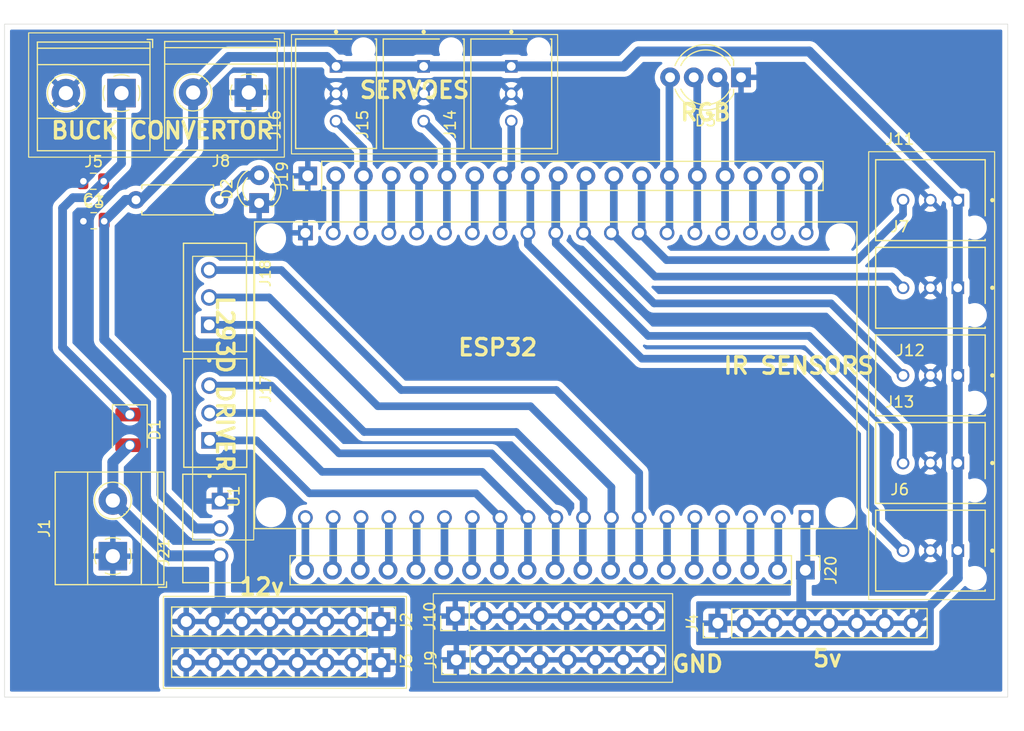
<source format=kicad_pcb>
(kicad_pcb (version 20240108) (generator "pcbnew") (generator_version "8.0")
  (layers (0 "F.Cu" signal) (31 "B.Cu" signal) (34 "B.Paste" user) (35 "F.Paste" user) (36 "B.SilkS" user "B.Silkscreen") (37 "F.SilkS" user "F.Silkscreen") (38 "B.Mask" user) (39 "F.Mask" user) (44 "Edge.Cuts" user))
  (net 0 "")
  (net 1 "+12V")
  (net 2 "Net-(D2-A)")
  (net 3 "+5V")
  (net 4 "Net-(D1-K)")
  (net 5 "GND")
  (net 6 "/RGB2")
  (net 7 "/RGB1")
  (net 8 "/RGB3")
  (net 9 "/IR5")
  (net 10 "/IR2")
  (net 11 "/IR1")
  (net 12 "/IR3")
  (net 13 "/IR4")
  (net 14 "/SER1")
  (net 15 "/SER2")
  (net 16 "/SER3")
  (net 17 "/SD0")
  (net 18 "/SD1")
  (net 19 "/TXD")
  (net 20 "/G23")
  (net 21 "/RXD")
  (net 22 "/CLK")
  (net 23 "/Pin_7")
  (net 24 "/3V3")
  (net 25 "/SD3")
  (net 26 "/SN")
  (net 27 "/CMD")
  (net 28 "/G34")
  (net 29 "/G35")
  (net 30 "/Pin_6")
  (net 31 "/G13")
  (net 32 "/EN")
  (net 33 "/SD2")
  (net 34 "/SP")
  (net 35 "/G32")
  (net 36 "/M3")
  (net 37 "/M2")
  (net 38 "/PWM1")
  (net 39 "/M4")
  (net 40 "/M1")
  (net 41 "/PWM2")
  (footprint "Connector_PinHeader_2.54mm:PinHeader_1x08_P2.54mm_Vertical" (layer "F.Cu") (at 110.51 84.5 90)
    (property "Reference" "J10" (at 0 -2.33 90) (layer "F.SilkS"))
    (property "Value" "Conn_01x08_Pin")
    (pad "1" thru_hole rect (at 0 0 90) (size 1.7 1.7) (drill 1) (layers "*.Cu" "*.Mask") (net 5 "GND"))
    (pad "2" thru_hole oval (at 0 2.54 90) (size 1.7 1.7) (drill 1) (layers "*.Cu" "*.Mask") (net 5 "GND"))
    (pad "3" thru_hole oval (at 0 5.08 90) (size 1.7 1.7) (drill 1) (layers "*.Cu" "*.Mask") (net 5 "GND"))
    (pad "4" thru_hole oval (at 0 7.62 90) (size 1.7 1.7) (drill 1) (layers "*.Cu" "*.Mask") (net 5 "GND"))
    (pad "5" thru_hole oval (at 0 10.16 90) (size 1.7 1.7) (drill 1) (layers "*.Cu" "*.Mask") (net 5 "GND"))
    (pad "6" thru_hole oval (at 0 12.7 90) (size 1.7 1.7) (drill 1) (layers "*.Cu" "*.Mask") (net 5 "GND"))
    (pad "7" thru_hole oval (at 0 15.24 90) (size 1.7 1.7) (drill 1) (layers "*.Cu" "*.Mask") (net 5 "GND"))
    (pad "8" thru_hole oval (at 0 17.78 90) (size 1.7 1.7) (drill 1) (layers "*.Cu" "*.Mask") (net 5 "GND"))
  )
  (footprint "3-1971800-3:TE_3-1971800-3" (layer "F.Cu") (at 107.62 34.31 90)
    (property "Reference" "J15" (at -5.303 -5.575 90) (layer "F.SilkS"))
    (property "Value" "3-1971800-3")
    (pad "" np_thru_hole circle (at 1.55 2.5 90) (size 1.7 1.7) (drill 1.7) (layers "*.Cu" "*.Mask"))
    (pad "1" thru_hole rect (at 0 0 90) (size 1.15 1.15) (drill 0.8) (layers "*.Cu" "*.Mask") (net 3 "+5V"))
    (pad "2" thru_hole circle (at -2.5 0 90) (size 1.15 1.15) (drill 0.8) (layers "*.Cu" "*.Mask") (net 5 "GND"))
    (pad "3" thru_hole circle (at -5 0 90) (size 1.15 1.15) (drill 0.8) (layers "*.Cu" "*.Mask") (net 15 "/SER2"))
  )
  (footprint "B3B-XH-A_LF__SN_:JST_B3B-XH-A_LF__SN_" (layer "F.Cu") (at 88.565 55.41 -90)
    (property "Reference" "J18" (at -2.2 -4.6 90) (layer "F.SilkS") (effects (font (size 0.944882 0.944882))))
    (property "Value" "B3B-XH-A_LF__SN_")
    (pad "1" thru_hole rect (at 2.5 0.525 270) (size 1.508 1.508) (drill 1) (layers "*.Cu" "*.Mask") (net 38 "/PWM1"))
    (pad "2" thru_hole circle (at 0 0.525 270) (size 1.508 1.508) (drill 1) (layers "*.Cu" "*.Mask") (net 40 "/M1"))
    (pad "3" thru_hole circle (at -2.5 0.525 270) (size 1.508 1.508) (drill 1) (layers "*.Cu" "*.Mask") (net 37 "/M2"))
  )
  (footprint "B3B-XH-A_LF__SN_:JST_B3B-XH-A_LF__SN_" (layer "F.Cu") (at 88.595 65.96 -90)
    (property "Reference" "J17" (at -2.2 -4.6 90) (layer "F.SilkS") (effects (font (size 0.944882 0.944882))))
    (property "Value" "B3B-XH-A_LF__SN_")
    (pad "1" thru_hole rect (at 2.5 0.525 270) (size 1.508 1.508) (drill 1) (layers "*.Cu" "*.Mask") (net 41 "/PWM2"))
    (pad "2" thru_hole circle (at 0 0.525 270) (size 1.508 1.508) (drill 1) (layers "*.Cu" "*.Mask") (net 36 "/M3"))
    (pad "3" thru_hole circle (at -2.5 0.525 270) (size 1.508 1.508) (drill 1) (layers "*.Cu" "*.Mask") (net 39 "/M4"))
  )
  (footprint "Connector_PinHeader_2.54mm:PinHeader_1x19_P2.54mm_Vertical" (layer "F.Cu") (at 97.04 44.31 90)
    (property "Reference" "J19" (at 0 -2.33 90) (layer "F.SilkS"))
    (property "Value" "Conn_01x19_Pin")
    (pad "1" thru_hole rect (at 0 0 90) (size 1.7 1.7) (drill 1) (layers "*.Cu" "*.Mask") (net 5 "GND"))
    (pad "2" thru_hole oval (at 0 2.54 90) (size 1.7 1.7) (drill 1) (layers "*.Cu" "*.Mask") (net 20 "/G23"))
    (pad "3" thru_hole oval (at 0 5.08 90) (size 1.7 1.7) (drill 1) (layers "*.Cu" "*.Mask") (net 16 "/SER3"))
    (pad "4" thru_hole oval (at 0 7.62 90) (size 1.7 1.7) (drill 1) (layers "*.Cu" "*.Mask") (net 19 "/TXD"))
    (pad "5" thru_hole oval (at 0 10.16 90) (size 1.7 1.7) (drill 1) (layers "*.Cu" "*.Mask") (net 21 "/RXD"))
    (pad "6" thru_hole oval (at 0 12.7 90) (size 1.7 1.7) (drill 1) (layers "*.Cu" "*.Mask") (net 15 "/SER2"))
    (pad "7" thru_hole oval (at 0 15.24 90) (size 1.7 1.7) (drill 1) (layers "*.Cu" "*.Mask") (net 23 "/Pin_7"))
    (pad "8" thru_hole oval (at 0 17.78 90) (size 1.7 1.7) (drill 1) (layers "*.Cu" "*.Mask") (net 14 "/SER1"))
    (pad "9" thru_hole oval (at 0 20.32 90) (size 1.7 1.7) (drill 1) (layers "*.Cu" "*.Mask") (net 9 "/IR5"))
    (pad "10" thru_hole oval (at 0 22.86 90) (size 1.7 1.7) (drill 1) (layers "*.Cu" "*.Mask") (net 13 "/IR4"))
    (pad "11" thru_hole oval (at 0 25.4 90) (size 1.7 1.7) (drill 1) (layers "*.Cu" "*.Mask") (net 12 "/IR3"))
    (pad "12" thru_hole oval (at 0 27.94 90) (size 1.7 1.7) (drill 1) (layers "*.Cu" "*.Mask") (net 10 "/IR2"))
    (pad "13" thru_hole oval (at 0 30.48 90) (size 1.7 1.7) (drill 1) (layers "*.Cu" "*.Mask") (net 11 "/IR1"))
    (pad "14" thru_hole oval (at 0 33.02 90) (size 1.7 1.7) (drill 1) (layers "*.Cu" "*.Mask") (net 8 "/RGB3"))
    (pad "15" thru_hole oval (at 0 35.56 90) (size 1.7 1.7) (drill 1) (layers "*.Cu" "*.Mask") (net 6 "/RGB2"))
    (pad "16" thru_hole oval (at 0 38.1 90) (size 1.7 1.7) (drill 1) (layers "*.Cu" "*.Mask") (net 7 "/RGB1"))
    (pad "17" thru_hole oval (at 0 40.64 90) (size 1.7 1.7) (drill 1) (layers "*.Cu" "*.Mask") (net 18 "/SD1"))
    (pad "18" thru_hole oval (at 0 43.18 90) (size 1.7 1.7) (drill 1) (layers "*.Cu" "*.Mask") (net 17 "/SD0"))
    (pad "19" thru_hole oval (at 0 45.72 90) (size 1.7 1.7) (drill 1) (layers "*.Cu" "*.Mask") (net 22 "/CLK"))
  )
  (footprint "3-1971800-3:TE_3-1971800-3" (layer "F.Cu") (at 156.39 70.525)
    (property "Reference" "J13" (at -5.303 -5.575 0) (layer "F.SilkS"))
    (property "Value" "3-1971800-3")
    (pad "" np_thru_hole circle (at 1.55 2.5) (size 1.7 1.7) (drill 1.7) (layers "*.Cu" "*.Mask"))
    (pad "1" thru_hole rect (at 0 0) (size 1.15 1.15) (drill 0.8) (layers "*.Cu" "*.Mask") (net 3 "+5V"))
    (pad "2" thru_hole circle (at -2.5 0) (size 1.15 1.15) (drill 0.8) (layers "*.Cu" "*.Mask") (net 5 "GND"))
    (pad "3" thru_hole circle (at -5 0) (size 1.15 1.15) (drill 0.8) (layers "*.Cu" "*.Mask") (net 13 "/IR4"))
  )
  (footprint "3-1971800-3:TE_3-1971800-3" (layer "F.Cu") (at 156.39 78.525)
    (property "Reference" "J6" (at -5.303 -5.575 0) (layer "F.SilkS"))
    (property "Value" "3-1971800-3")
    (pad "" np_thru_hole circle (at 1.55 2.5) (size 1.7 1.7) (drill 1.7) (layers "*.Cu" "*.Mask"))
    (pad "1" thru_hole rect (at 0 0) (size 1.15 1.15) (drill 0.8) (layers "*.Cu" "*.Mask") (net 3 "+5V"))
    (pad "2" thru_hole circle (at -2.5 0) (size 1.15 1.15) (drill 0.8) (layers "*.Cu" "*.Mask") (net 5 "GND"))
    (pad "3" thru_hole circle (at -5 0) (size 1.15 1.15) (drill 0.8) (layers "*.Cu" "*.Mask") (net 9 "/IR5"))
  )
  (footprint "3-1971800-3:TE_3-1971800-3" (layer "F.Cu") (at 99.62 34.31 90)
    (property "Reference" "J16" (at -5.303 -5.575 90) (layer "F.SilkS"))
    (property "Value" "3-1971800-3")
    (pad "" np_thru_hole circle (at 1.55 2.5 90) (size 1.7 1.7) (drill 1.7) (layers "*.Cu" "*.Mask"))
    (pad "1" thru_hole rect (at 0 0 90) (size 1.15 1.15) (drill 0.8) (layers "*.Cu" "*.Mask") (net 3 "+5V"))
    (pad "2" thru_hole circle (at -2.5 0 90) (size 1.15 1.15) (drill 0.8) (layers "*.Cu" "*.Mask") (net 5 "GND"))
    (pad "3" thru_hole circle (at -5 0 90) (size 1.15 1.15) (drill 0.8) (layers "*.Cu" "*.Mask") (net 16 "/SER3"))
  )
  (footprint "3-1971800-3:TE_3-1971800-3" (layer "F.Cu") (at 156.39 46.525)
    (property "Reference" "J11" (at -5.303 -5.575 0) (layer "F.SilkS"))
    (property "Value" "3-1971800-3")
    (pad "" np_thru_hole circle (at 1.55 2.5) (size 1.7 1.7) (drill 1.7) (layers "*.Cu" "*.Mask"))
    (pad "1" thru_hole rect (at 0 0) (size 1.15 1.15) (drill 0.8) (layers "*.Cu" "*.Mask") (net 3 "+5V"))
    (pad "2" thru_hole circle (at -2.5 0) (size 1.15 1.15) (drill 0.8) (layers "*.Cu" "*.Mask") (net 5 "GND"))
    (pad "3" thru_hole circle (at -5 0) (size 1.15 1.15) (drill 0.8) (layers "*.Cu" "*.Mask") (net 11 "/IR1"))
  )
  (footprint "Connector_PinHeader_2.54mm:PinHeader_1x08_P2.54mm_Vertical" (layer "F.Cu") (at 103.72 88.75 -90)
    (property "Reference" "J3" (at 0 -2.33 90) (layer "F.SilkS"))
    (property "Value" "Conn_01x08_Pin")
    (pad "1" thru_hole rect (at 0 0 270) (size 1.7 1.7) (drill 1) (layers "*.Cu" "*.Mask") (net 1 "+12V"))
    (pad "2" thru_hole oval (at 0 2.54 270) (size 1.7 1.7) (drill 1) (layers "*.Cu" "*.Mask") (net 1 "+12V"))
    (pad "3" thru_hole oval (at 0 5.08 270) (size 1.7 1.7) (drill 1) (layers "*.Cu" "*.Mask") (net 1 "+12V"))
    (pad "4" thru_hole oval (at 0 7.62 270) (size 1.7 1.7) (drill 1) (layers "*.Cu" "*.Mask") (net 1 "+12V"))
    (pad "5" thru_hole oval (at 0 10.16 270) (size 1.7 1.7) (drill 1) (layers "*.Cu" "*.Mask") (net 1 "+12V"))
    (pad "6" thru_hole oval (at 0 12.7 270) (size 1.7 1.7) (drill 1) (layers "*.Cu" "*.Mask") (net 1 "+12V"))
    (pad "7" thru_hole oval (at 0 15.24 270) (size 1.7 1.7) (drill 1) (layers "*.Cu" "*.Mask") (net 1 "+12V"))
    (pad "8" thru_hole oval (at 0 17.78 270) (size 1.7 1.7) (drill 1) (layers "*.Cu" "*.Mask") (net 1 "+12V"))
  )
  (footprint "3-1971800-3:TE_3-1971800-3" (layer "F.Cu") (at 156.39 62.525)
    (property "Reference" "J12" (at -4.34 -2.275 0) (layer "F.SilkS"))
    (property "Value" "3-1971800-3")
    (pad "" np_thru_hole circle (at 1.55 2.5) (size 1.7 1.7) (drill 1.7) (layers "*.Cu" "*.Mask"))
    (pad "1" thru_hole rect (at 0 0) (size 1.15 1.15) (drill 0.8) (layers "*.Cu" "*.Mask") (net 3 "+5V"))
    (pad "2" thru_hole circle (at -2.5 0) (size 1.15 1.15) (drill 0.8) (layers "*.Cu" "*.Mask") (net 5 "GND"))
    (pad "3" thru_hole circle (at -5 0) (size 1.15 1.15) (drill 0.8) (layers "*.Cu" "*.Mask") (net 12 "/IR3"))
  )
  (footprint "LED_THT:LED_D3.0mm" (layer "F.Cu") (at 92.6 46.79 90)
    (property "Reference" "D2" (at 1.27 -2.96 90) (layer "F.SilkS"))
    (property "Value" "LED")
    (pad "1" thru_hole rect (at 0 0 90) (size 1.8 1.8) (drill 0.9) (layers "*.Cu" "*.Mask") (net 5 "GND"))
    (pad "2" thru_hole circle (at 2.54 0 90) (size 1.8 1.8) (drill 0.9) (layers "*.Cu" "*.Mask") (net 2 "Net-(D2-A)"))
  )
  (footprint "Capacitor_SMD:C_0805_2012Metric" (layer "F.Cu") (at 77.45 44.8 180)
    (property "Reference" "C1" (at 0 -1.68 0) (layer "F.SilkS"))
    (property "Value" "10 uF")
    (pad "1" smd roundrect (at -0.95 0 180) (size 1 1.45) (layers "F.Cu" "F.Paste" "F.Mask") (net 4 "Net-(D1-K)"))
    (pad "2" smd roundrect (at 0.95 0 180) (size 1 1.45) (layers "F.Cu" "F.Paste" "F.Mask") (net 5 "GND"))
  )
  (footprint "TerminalBlock_Phoenix:TerminalBlock_Phoenix_MKDS-1,5-2-5.08_1x02_P5.08mm_Horizontal" (layer "F.Cu") (at 79.24 79.03 90)
    (property "Reference" "J1" (at 2.54 -6.26 90) (layer "F.SilkS"))
    (property "Value" "Screw_Terminal_01x02")
    (pad "1" thru_hole rect (at 0 0 90) (size 2.6 2.6) (drill 1.3) (layers "*.Cu" "*.Mask") (net 5 "GND"))
    (pad "2" thru_hole circle (at 5.08 0 90) (size 2.6 2.6) (drill 1.3) (layers "*.Cu" "*.Mask") (net 1 "+12V"))
  )
  (footprint "Connector_PinHeader_2.54mm:PinHeader_1x08_P2.54mm_Vertical" (layer "F.Cu") (at 110.6 88.5 90)
    (property "Reference" "J9" (at 0 -2.33 90) (layer "F.SilkS"))
    (property "Value" "Conn_01x08_Pin")
    (pad "1" thru_hole rect (at 0 0 90) (size 1.7 1.7) (drill 1) (layers "*.Cu" "*.Mask") (net 5 "GND"))
    (pad "2" thru_hole oval (at 0 2.54 90) (size 1.7 1.7) (drill 1) (layers "*.Cu" "*.Mask") (net 5 "GND"))
    (pad "3" thru_hole oval (at 0 5.08 90) (size 1.7 1.7) (drill 1) (layers "*.Cu" "*.Mask") (net 5 "GND"))
    (pad "4" thru_hole oval (at 0 7.62 90) (size 1.7 1.7) (drill 1) (layers "*.Cu" "*.Mask") (net 5 "GND"))
    (pad "5" thru_hole oval (at 0 10.16 90) (size 1.7 1.7) (drill 1) (layers "*.Cu" "*.Mask") (net 5 "GND"))
    (pad "6" thru_hole oval (at 0 12.7 90) (size 1.7 1.7) (drill 1) (layers "*.Cu" "*.Mask") (net 5 "GND"))
    (pad "7" thru_hole oval (at 0 15.24 90) (size 1.7 1.7) (drill 1) (layers "*.Cu" "*.Mask") (net 5 "GND"))
    (pad "8" thru_hole oval (at 0 17.78 90) (size 1.7 1.7) (drill 1) (layers "*.Cu" "*.Mask") (net 5 "GND"))
  )
  (footprint "Connector_PinHeader_2.54mm:PinHeader_1x08_P2.54mm_Vertical" (layer "F.Cu") (at 134.48 85.15 90)
    (property "Reference" "J4" (at 0 -2.33 90) (layer "F.SilkS"))
    (property "Value" "Conn_01x08_Pin")
    (pad "1" thru_hole rect (at 0 0 90) (size 1.7 1.7) (drill 1) (layers "*.Cu" "*.Mask") (net 3 "+5V"))
    (pad "2" thru_hole oval (at 0 2.54 90) (size 1.7 1.7) (drill 1) (layers "*.Cu" "*.Mask") (net 3 "+5V"))
    (pad "3" thru_hole oval (at 0 5.08 90) (size 1.7 1.7) (drill 1) (layers "*.Cu" "*.Mask") (net 3 "+5V"))
    (pad "4" thru_hole oval (at 0 7.62 90) (size 1.7 1.7) (drill 1) (layers "*.Cu" "*.Mask") (net 3 "+5V"))
    (pad "5" thru_hole oval (at 0 10.16 90) (size 1.7 1.7) (drill 1) (layers "*.Cu" "*.Mask") (net 3 "+5V"))
    (pad "6" thru_hole oval (at 0 12.7 90) (size 1.7 1.7) (drill 1) (layers "*.Cu" "*.Mask") (net 3 "+5V"))
    (pad "7" thru_hole oval (at 0 15.24 90) (size 1.7 1.7) (drill 1) (layers "*.Cu" "*.Mask") (net 3 "+5V"))
    (pad "8" thru_hole oval (at 0 17.78 90) (size 1.7 1.7) (drill 1) (layers "*.Cu" "*.Mask") (net 3 "+5V"))
  )
  (footprint "ESP32_NODEMCU:MODULE_ESP32_NODEMCU" (layer "F.Cu") (at 119.68 62.51 90)
    (property "Reference" "U1" (at -11.075 -29.385 90) (layer "F.SilkS"))
    (property "Value" "ESP32_NODEMCU")
    (pad "" np_thru_hole circle (at -12.5 -26 90) (size 2.25 2.25) (drill 2.25) (layers "*.Cu" "*.Mask"))
    (pad "" np_thru_hole circle (at -12.5 26 90) (size 2.25 2.25) (drill 2.25) (layers "*.Cu" "*.Mask"))
    (pad "" np_thru_hole circle (at 12.5 -26 90) (size 2.25 2.25) (drill 2.25) (layers "*.Cu" "*.Mask"))
    (pad "" np_thru_hole circle (at 12.5 26 90) (size 2.25 2.25) (drill 2.25) (layers "*.Cu" "*.Mask"))
    (pad "J4_1" thru_hole rect (at 13 -22.86 90) (size 1.35 1.35) (drill 0.9) (layers "*.Cu" "*.Mask") (net 5 "GND"))
    (pad "J4_2" thru_hole circle (at 13 -20.32 90) (size 1.35 1.35) (drill 0.9) (layers "*.Cu" "*.Mask") (net 20 "/G23"))
    (pad "J4_3" thru_hole circle (at 13 -17.78 90) (size 1.35 1.35) (drill 0.9) (layers "*.Cu" "*.Mask") (net 16 "/SER3"))
    (pad "J4_4" thru_hole circle (at 13 -15.24 90) (size 1.35 1.35) (drill 0.9) (layers "*.Cu" "*.Mask") (net 19 "/TXD"))
    (pad "J4_5" thru_hole circle (at 13 -12.7 90) (size 1.35 1.35) (drill 0.9) (layers "*.Cu" "*.Mask") (net 21 "/RXD"))
    (pad "J4_6" thru_hole circle (at 13 -10.16 90) (size 1.35 1.35) (drill 0.9) (layers "*.Cu" "*.Mask") (net 15 "/SER2"))
    (pad "J4_7" thru_hole circle (at 13 -7.62 90) (size 1.35 1.35) (drill 0.9) (layers "*.Cu" "*.Mask") (net 23 "/Pin_7"))
    (pad "J4_8" thru_hole circle (at 13 -5.08 90) (size 1.35 1.35) (drill 0.9) (layers "*.Cu" "*.Mask") (net 14 "/SER1"))
    (pad "J4_9" thru_hole circle (at 13 -2.54 90) (size 1.35 1.35) (drill 0.9) (layers "*.Cu" "*.Mask") (net 9 "/IR5"))
    (pad "J4_10" thru_hole circle (at 13 0 90) (size 1.35 1.35) (drill 0.9) (layers "*.Cu" "*.Mask") (net 13 "/IR4"))
    (pad "J4_11" thru_hole circle (at 13 2.54 90) (size 1.35 1.35) (drill 0.9) (layers "*.Cu" "*.Mask") (net 12 "/IR3"))
    (pad "J4_12" thru_hole circle (at 13 5.08 90) (size 1.35 1.35) (drill 0.9) (layers "*.Cu" "*.Mask") (net 10 "/IR2"))
    (pad "J4_13" thru_hole circle (at 13 7.62 90) (size 1.35 1.35) (drill 0.9) (layers "*.Cu" "*.Mask") (net 11 "/IR1"))
    (pad "J4_14" thru_hole circle (at 13 10.16 90) (size 1.35 1.35) (drill 0.9) (layers "*.Cu" "*.Mask") (net 8 "/RGB3"))
    (pad "J4_15" thru_hole circle (at 13 12.7 90) (size 1.35 1.35) (drill 0.9) (layers "*.Cu" "*.Mask") (net 6 "/RGB2"))
    (pad "J4_16" thru_hole circle (at 13 15.24 90) (size 1.35 1.35) (drill 0.9) (layers "*.Cu" "*.Mask") (net 7 "/RGB1"))
    (pad "J4_17" thru_hole circle (at 13 17.78 90) (size 1.35 1.35) (drill 0.9) (layers "*.Cu" "*.Mask") (net 18 "/SD1"))
    (pad "J4_18" thru_hole circle (at 13 20.32 90) (size 1.35 1.35) (drill 0.9) (layers "*.Cu" "*.Mask") (net 17 "/SD0"))
    (pad "J4_19" thru_hole circle (at 13 22.86 90) (size 1.35 1.35) (drill 0.9) (layers "*.Cu" "*.Mask") (net 22 "/CLK"))
    (pad "J5_1" thru_hole rect (at -13 22.86 90) (size 1.35 1.35) (drill 0.9) (layers "*.Cu" "*.Mask") (net 3 "+5V"))
    (pad "J5_2" thru_hole circle (at -13 20.32 90) (size 1.35 1.35) (drill 0.9) (layers "*.Cu" "*.Mask") (net 27 "/CMD"))
    (pad "J5_3" thru_hole circle (at -13 17.78 90) (size 1.35 1.35) (drill 0.9) (layers "*.Cu" "*.Mask") (net 25 "/SD3"))
    (pad "J5_4" thru_hole circle (at -13 15.24 90) (size 1.35 1.35) (drill 0.9) (layers "*.Cu" "*.Mask") (net 33 "/SD2"))
    (pad "J5_5" thru_hole circle (at -13 12.7 90) (size 1.35 1.35) (drill 0.9) (layers "*.Cu" "*.Mask") (net 31 "/G13"))
    (pad "J5_6" thru_hole circle (at -13 10.16 90) (size 1.35 1.35) (drill 0.9) (layers "*.Cu" "*.Mask") (net 30 "/Pin_6"))
    (pad "J5_7" thru_hole circle (at -13 7.62 90) (size 1.35 1.35) (drill 0.9) (layers "*.Cu" "*.Mask") (net 37 "/M2"))
    (pad "J5_8" thru_hole circle (at -13 5.08 90) (size 1.35 1.35) (drill 0.9) (layers "*.Cu" "*.Mask") (net 40 "/M1"))
    (pad "J5_9" thru_hole circle (at -13 2.54 90) (size 1.35 1.35) (drill 0.9) (layers "*.Cu" "*.Mask") (net 38 "/PWM1"))
    (pad "J5_10" thru_hole circle (at -13 0 90) (size 1.35 1.35) (drill 0.9) (layers "*.Cu" "*.Mask") (net 39 "/M4"))
    (pad "J5_11" thru_hole circle (at -13 -2.54 90) (size 1.35 1.35) (drill 0.9) (layers "*.Cu" "*.Mask") (net 36 "/M3"))
    (pad "J5_12" thru_hole circle (at -13 -5.08 90) (size 1.35 1.35) (drill 0.9) (layers "*.Cu" "*.Mask") (net 41 "/PWM2"))
    (pad "J5_13" thru_hole circle (at -13 -7.62 90) (size 1.35 1.35) (drill 0.9) (layers "*.Cu" "*.Mask") (net 35 "/G32"))
    (pad "J5_14" thru_hole circle (at -13 -10.16 90) (size 1.35 1.35) (drill 0.9) (layers "*.Cu" "*.Mask") (net 29 "/G35"))
    (pad "J5_15" thru_hole circle (at -13 -12.7 90) (size 1.35 1.35) (drill 0.9) (layers "*.Cu" "*.Mask") (net 28 "/G34"))
    (pad "J5_16" thru_hole circle (at -13 -15.24 90) (size 1.35 1.35) (drill 0.9) (layers "*.Cu" "*.Mask") (net 26 "/SN"))
    (pad "J5_17" thru_hole circle (at -13 -17.78 90) (size 1.35 1.35) (drill 0.9) (layers "*.Cu" "*.Mask") (net 34 "/SP"))
    (pad "J5_18" thru_hole circle (at -13 -20.32 90) (size 1.35 1.35) (drill 0.9) (layers "*.Cu" "*.Mask") (net 32 "/EN"))
    (pad "J5_19" thru_hole circle (at -13 -22.86 90) (size 1.35 1.35) (drill 0.9) (layers "*.Cu" "*.Mask") (net 24 "/3V3"))
  )
  (footprint "3-1971800-3:TE_3-1971800-3" (layer "F.Cu") (at 115.62 34.31 90)
    (property "Reference" "J14" (at -5.303 -5.575 90) (layer "F.SilkS"))
    (property "Value" "3-1971800-3")
    (pad "" np_thru_hole circle (at 1.55 2.5 90) (size 1.7 1.7) (drill 1.7) (layers "*.Cu" "*.Mask"))
    (pad "1" thru_hole rect (at 0 0 90) (size 1.15 1.15) (drill 0.8) (layers "*.Cu" "*.Mask") (net 3 "+5V"))
    (pad "2" thru_hole circle (at -2.5 0 90) (size 1.15 1.15) (drill 0.8) (layers "*.Cu" "*.Mask") (net 5 "GND"))
    (pad "3" thru_hole circle (at -5 0 90) (size 1.15 1.15) (drill 0.8) (layers "*.Cu" "*.Mask") (net 14 "/SER1"))
  )
  (footprint "TerminalBlock_Phoenix:TerminalBlock_Phoenix_MKDS-1,5-2-5.08_1x02_P5.08mm_Horizontal" (layer "F.Cu") (at 91.65 36.7 180)
    (property "Reference" "J8" (at 2.54 -6.26 0) (layer "F.SilkS"))
    (property "Value" "Screw_Terminal_01x02")
    (pad "1" thru_hole rect (at 0 0 180) (size 2.6 2.6) (drill 1.3) (layers "*.Cu" "*.Mask") (net 5 "GND"))
    (pad "2" thru_hole circle (at 5.08 0 180) (size 2.6 2.6) (drill 1.3) (layers "*.Cu" "*.Mask") (net 3 "+5V"))
  )
  (footprint "Resistor_THT:R_Axial_DIN0207_L6.3mm_D2.5mm_P7.62mm_Horizontal" (layer "F.Cu") (at 81.35 46.5)
    (property "Reference" "R1" (hide yes))
    (property "Value" "250")
    (pad "1" thru_hole circle (at 0 0) (size 1.6 1.6) (drill 0.8) (layers "*.Cu" "*.Mask") (net 3 "+5V"))
    (pad "2" thru_hole oval (at 7.62 0) (size 1.6 1.6) (drill 0.8) (layers "*.Cu" "*.Mask") (net 2 "Net-(D2-A)"))
  )
  (footprint "Connector_PinHeader_2.54mm:PinHeader_1x08_P2.54mm_Vertical" (layer "F.Cu") (at 103.72 85 -90)
    (property "Reference" "J2" (at 0 -2.33 90) (layer "F.SilkS"))
    (property "Value" "Conn_01x08_Pin")
    (pad "1" thru_hole rect (at 0 0 270) (size 1.7 1.7) (drill 1) (layers "*.Cu" "*.Mask") (net 1 "+12V"))
    (pad "2" thru_hole oval (at 0 2.54 270) (size 1.7 1.7) (drill 1) (layers "*.Cu" "*.Mask") (net 1 "+12V"))
    (pad "3" thru_hole oval (at 0 5.08 270) (size 1.7 1.7) (drill 1) (layers "*.Cu" "*.Mask") (net 1 "+12V"))
    (pad "4" thru_hole oval (at 0 7.62 270) (size 1.7 1.7) (drill 1) (layers "*.Cu" "*.Mask") (net 1 "+12V"))
    (pad "5" thru_hole oval (at 0 10.16 270) (size 1.7 1.7) (drill 1) (layers "*.Cu" "*.Mask") (net 1 "+12V"))
    (pad "6" thru_hole oval (at 0 12.7 270) (size 1.7 1.7) (drill 1) (layers "*.Cu" "*.Mask") (net 1 "+12V"))
    (pad "7" thru_hole oval (at 0 15.24 270) (size 1.7 1.7) (drill 1) (layers "*.Cu" "*.Mask") (net 1 "+12V"))
    (pad "8" thru_hole oval (at 0 17.78 270) (size 1.7 1.7) (drill 1) (layers "*.Cu" "*.Mask") (net 1 "+12V"))
  )
  (footprint "B3B-XH-A_LF__SN_:JST_B3B-XH-A_LF__SN_" (layer "F.Cu") (at 88.505 76.5 90)
    (property "Reference" "J21" (at -2.2 -4.6 90) (layer "F.SilkS") (effects (font (size 0.944882 0.944882))))
    (property "Value" "B3B-XH-A_LF__SN_")
    (pad "1" thru_hole rect (at 2.5 0.525 90) (size 1.508 1.508) (drill 1) (layers "*.Cu" "*.Mask") (net 5 "GND"))
    (pad "2" thru_hole circle (at 0 0.525 90) (size 1.508 1.508) (drill 1) (layers "*.Cu" "*.Mask") (net 3 "+5V"))
    (pad "3" thru_hole circle (at -2.5 0.525 90) (size 1.508 1.508) (drill 1) (layers "*.Cu" "*.Mask") (net 1 "+12V"))
  )
  (footprint "LED_THT:LED_D5.0mm-4_RGB_Wide_Pins" (layer "F.Cu") (at 136.597 35.31 180)
    (property "Reference" "D3" (at 3.2385 -3.96 0) (layer "F.SilkS"))
    (property "Value" "LED_KRGB")
    (pad "1" thru_hole rect (at 0 0 180) (size 1.8 1.8) (drill 0.9) (layers "*.Cu" "*.Mask") (net 5 "GND"))
    (pad "2" thru_hole circle (at 2.159 0 180) (size 1.8 1.8) (drill 0.9) (layers "*.Cu" "*.Mask") (net 7 "/RGB1"))
    (pad "3" thru_hole circle (at 4.318 0 180) (size 1.8 1.8) (drill 0.9) (layers "*.Cu" "*.Mask") (net 6 "/RGB2"))
    (pad "4" thru_hole circle (at 6.477 0 180) (size 1.8 1.8) (drill 0.9) (layers "*.Cu" "*.Mask") (net 8 "/RGB3"))
  )
  (footprint "3-1971800-3:TE_3-1971800-3" (layer "F.Cu") (at 156.39 54.525)
    (property "Reference" "J7" (at -5.303 -5.575 0) (layer "F.SilkS"))
    (property "Value" "3-1971800-3")
    (pad "" np_thru_hole circle (at 1.55 2.5) (size 1.7 1.7) (drill 1.7) (layers "*.Cu" "*.Mask"))
    (pad "1" thru_hole rect (at 0 0) (size 1.15 1.15) (drill 0.8) (layers "*.Cu" "*.Mask") (net 3 "+5V"))
    (pad "2" thru_hole circle (at -2.5 0) (size 1.15 1.15) (drill 0.8) (layers "*.Cu" "*.Mask") (net 5 "GND"))
    (pad "3" thru_hole circle (at -5 0) (size 1.15 1.15) (drill 0.8) (layers "*.Cu" "*.Mask") (net 10 "/IR2"))
  )
  (footprint "Connector_PinHeader_2.54mm:PinHeader_1x19_P2.54mm_Vertical" (layer "F.Cu") (at 142.47 80.31 -90)
    (property "Reference" "J20" (at 0 -2.33 90) (layer "F.SilkS"))
    (property "Value" "Conn_01x19_Pin")
    (pad "1" thru_hole rect (at 0 0 270) (size 1.7 1.7) (drill 1) (layers "*.Cu" "*.Mask") (net 3 "+5V"))
    (pad "2" thru_hole oval (at 0 2.54 270) (size 1.7 1.7) (drill 1) (layers "*.Cu" "*.Mask") (net 27 "/CMD"))
    (pad "3" thru_hole oval (at 0 5.08 270) (size 1.7 1.7) (drill 1) (layers "*.Cu" "*.Mask") (net 25 "/SD3"))
    (pad "4" thru_hole oval (at 0 7.62 270) (size 1.7 1.7) (drill 1) (layers "*.Cu" "*.Mask") (net 33 "/SD2"))
    (pad "5" thru_hole oval (at 0 10.16 270) (size 1.7 1.7) (drill 1) (layers "*.Cu" "*.Mask") (net 31 "/G13"))
    (pad "6" thru_hole oval (at 0 12.7 270) (size 1.7 1.7) (drill 1) (layers "*.Cu" "*.Mask") (net 30 "/Pin_6"))
    (pad "7" thru_hole oval (at 0 15.24 270) (size 1.7 1.7) (drill 1) (layers "*.Cu" "*.Mask") (net 37 "/M2"))
    (pad "8" thru_hole oval (at 0 17.78 270) (size 1.7 1.7) (drill 1) (layers "*.Cu" "*.Mask") (net 40 "/M1"))
    (pad "9" thru_hole oval (at 0 20.32 270) (size 1.7 1.7) (drill 1) (layers "*.Cu" "*.Mask") (net 38 "/PWM1"))
    (pad "10" thru_hole oval (at 0 22.86 270) (size 1.7 1.7) (drill 1) (layers "*.Cu" "*.Mask") (net 39 "/M4"))
    (pad "11" thru_hole oval (at 0 25.4 270) (size 1.7 1.7) (drill 1) (layers "*.Cu" "*.Mask") (net 36 "/M3"))
    (pad "12" thru_hole oval (at 0 27.94 270) (size 1.7 1.7) (drill 1) (layers "*.Cu" "*.Mask") (net 41 "/PWM2"))
    (pad "13" thru_hole oval (at 0 30.48 270) (size 1.7 1.7) (drill 1) (layers "*.Cu" "*.Mask") (net 35 "/G32"))
    (pad "14" thru_hole oval (at 0 33.02 270) (size 1.7 1.7) (drill 1) (layers "*.Cu" "*.Mask") (net 29 "/G35"))
    (pad "15" thru_hole oval (at 0 35.56 270) (size 1.7 1.7) (drill 1) (layers "*.Cu" "*.Mask") (net 28 "/G34"))
    (pad "16" thru_hole oval (at 0 38.1 270) (size 1.7 1.7) (drill 1) (layers "*.Cu" "*.Mask") (net 26 "/SN"))
    (pad "17" thru_hole oval (at 0 40.64 270) (size 1.7 1.7) (drill 1) (layers "*.Cu" "*.Mask") (net 34 "/SP"))
    (pad "18" thru_hole oval (at 0 43.18 270) (size 1.7 1.7) (drill 1) (layers "*.Cu" "*.Mask") (net 32 "/EN"))
    (pad "19" thru_hole oval (at 0 45.72 270) (size 1.7 1.7) (drill 1) (layers "*.Cu" "*.Mask") (net 24 "/3V3"))
  )
  (footprint "TerminalBlock_Phoenix:TerminalBlock_Phoenix_MKDS-1,5-2-5.08_1x02_P5.08mm_Horizontal" (layer "F.Cu") (at 80.03 36.75 180)
    (property "Reference" "J5" (at 2.54 -6.26 0) (layer "F.SilkS"))
    (property "Value" "Screw_Terminal_01x02")
    (pad "1" thru_hole rect (at 0 0 180) (size 2.6 2.6) (drill 1.3) (layers "*.Cu" "*.Mask") (net 4 "Net-(D1-K)"))
    (pad "2" thru_hole circle (at 5.08 0 180) (size 2.6 2.6) (drill 1.3) (layers "*.Cu" "*.Mask") (net 5 "GND"))
  )
  (footprint "Diode_SMD:D_1210_3225Metric" (layer "F.Cu") (at 80.79 67.5 -90)
    (property "Reference" "D1" (at 0 -2.28 90) (layer "F.SilkS"))
    (property "Value" "D")
    (pad "1" smd roundrect (at -1.4 0 270) (size 1.25 2.65) (layers "F.Cu" "F.Paste" "F.Mask") (roundrect_rratio 0.2) (net 4 "Net-(D1-K)"))
    (pad "2" smd roundrect (at 1.4 0 270) (size 1.25 2.65) (layers "F.Cu" "F.Paste" "F.Mask") (roundrect_rratio 0.2) (net 1 "+12V"))
  )
  (footprint "Capacitor_SMD:C_0805_2012Metric" (layer "F.Cu") (at 77.5 48.4)
    (property "Reference" "C3" (at 0 -1.68 0) (layer "F.SilkS"))
    (property "Value" "10 uF")
    (pad "1" smd roundrect (at -0.95 0) (size 1 1.45) (layers "F.Cu" "F.Paste" "F.Mask") (net 5 "GND"))
    (pad "2" smd roundrect (at 0.95 0) (size 1 1.45) (layers "F.Cu" "F.Paste" "F.Mask") (net 3 "+5V"))
  )
  (gr_rect (start 84.05 82.95) (end 105.8 90.85) (stroke (width 0.2)) (fill none) (layer "B.Cu") (net 1))
  (gr_rect (start 95.55 31.4) (end 119.85 42.3) (stroke (width 0.1)) (fill none) (layer "F.SilkS"))
  (gr_rect (start 86.525 51.65) (end 92.1 77.55) (stroke (width 0.1)) (fill none) (layer "F.SilkS"))
  (gr_rect (start 83.85 82.7) (end 106.05 91.1) (stroke (width 0.1)) (fill none) (layer "F.SilkS"))
  (gr_rect (start 148.25 42.1) (end 159.75 83) (stroke (width 0.1)) (fill none) (layer "F.SilkS"))
  (gr_rect (start 108.5 82.45) (end 130.35 90.55) (stroke (width 0.1)) (fill none) (layer "F.SilkS"))
  (gr_rect (start 71.55 31.25) (end 94.9 42.6) (stroke (width 0.1)) (fill none) (layer "F.SilkS"))
  (gr_rect (start 69.35 30.45) (end 160.95 91.9) (stroke (width 0.05)) (fill none) (layer "Edge.Cuts"))
  (gr_text "L293D DRIVER" (at 88.6 71.5 -90) (layer "F.SilkS") (effects (font (size 1.5 1.5) (thickness 0.3) (bold yes)) (justify right bottom)))
  (gr_text "12v" (at 90.65 82.7 0) (layer "F.SilkS") (effects (font (size 1.5 1.5) (thickness 0.3) (bold yes)) (justify left bottom)))
  (gr_text "BUCK CONVERTOR" (at 73.45 41.05 0) (layer "F.SilkS") (effects (font (size 1.5 1.5) (thickness 0.3) (bold yes)) (justify left bottom)))
  (gr_text "ESP32" (at 118.15 60.85 0) (layer "F.SilkS") (effects (font (size 1.5 1.5) (thickness 0.3) (bold yes)) (justify right bottom)))
  (gr_text "GND\n" (at 130.15 89.75 0) (layer "F.SilkS") (effects (font (size 1.5 1.5) (thickness 0.3) (bold yes)) (justify left bottom)))
  (gr_text "SERVOES" (at 111.95 37.35 0) (layer "F.SilkS") (effects (font (size 1.5 1.5) (thickness 0.3) (bold yes)) (justify right bottom)))
  (gr_text "\n\n5v" (at 143 89.25 0) (layer "F.SilkS") (effects (font (size 1.5 1.5) (thickness 0.3) (bold yes)) (justify left bottom)))
  (gr_text "RGB" (at 135.8 39.4 0) (layer "F.SilkS") (effects (font (size 1.5 1.5) (thickness 0.3) (bold yes)) (justify right bottom)))
  (gr_text "IR SENSORS" (at 148.89 62.525 0) (layer "F.SilkS") (effects (font (size 1.5 1.5) (thickness 0.3) (bold yes)) (justify right bottom)))
  (via (at 80.79 68.9) (size 1) (drill 0.8) (layers "F.Cu" "B.Cu") (net 1))
  (segment (start 89.03 84.45) (end 88.48 85) (width 1) (layer "B.Cu") (net 1))
  (segment (start 84.29 79) (end 89.03 79) (width 1) (layer "B.Cu") (net 1))
  (segment (start 79.24 73.95) (end 79.24 70.45) (width 1) (layer "B.Cu") (net 1))
  (segment (start 79.24 73.95) (end 84.29 79) (width 1) (layer "B.Cu") (net 1))
  (segment (start 89.03 79) (end 89.03 84.45) (width 1) (layer "B.Cu") (net 1))
  (segment (start 79.24 70.45) (end 80.79 68.9) (width 1) (layer "B.Cu") (net 1))
  (segment (start 91.22 44.25) (end 88.97 46.5) (width 0.8) (layer "B.Cu") (net 2))
  (segment (start 92.6 44.25) (end 91.22 44.25) (width 0.8) (layer "B.Cu") (net 2))
  (via (at 78.45 48.45) (size 0.8) (drill 0.6) (layers "F.Cu" "B.Cu") (net 3))
  (segment (start 156.39 81.02) (end 152.26 85.15) (width 0.9) (layer "B.Cu") (net 3))
  (segment (start 99.62 34.31) (end 107.62 34.31) (width 0.9) (layer "B.Cu") (net 3))
  (segment (start 81.8 46.5) (end 81.35 46.5) (width 0.9) (layer "B.Cu") (net 3))
  (segment (start 142.47 80.31) (end 142.47 75.58) (width 0.9) (layer "B.Cu") (net 3))
  (segment (start 142.1 80.68) (end 142.47 80.31) (width 0.9) (layer "B.Cu") (net 3))
  (segment (start 86.8 76.5) (end 89.03 76.5) (width 0.9) (layer "B.Cu") (net 3))
  (segment (start 98.76 33.45) (end 99.62 34.31) (width 0.9) (layer "B.Cu") (net 3))
  (segment (start 86.57 36.7) (end 86.57 41.73) (width 0.9) (layer "B.Cu") (net 3))
  (segment (start 81.35 46.5) (end 80.4 46.5) (width 0.9) (layer "B.Cu") (net 3))
  (segment (start 156.39 78.525) (end 156.39 81.02) (width 0.9) (layer "B.Cu") (net 3))
  (segment (start 86.57 36.7) (end 89.82 33.45) (width 0.9) (layer "B.Cu") (net 3))
  (segment (start 107.62 34.31) (end 115.62 34.31) (width 0.9) (layer "B.Cu") (net 3))
  (segment (start 156.39 70.525) (end 156.39 78.525) (width 0.9) (layer "B.Cu") (net 3))
  (segment (start 142.1 85.15) (end 142.1 80.68) (width 0.9) (layer "B.Cu") (net 3))
  (segment (start 89.82 33.45) (end 98.76 33.45) (width 0.9) (layer "B.Cu") (net 3))
  (segment (start 115.62 34.31) (end 125.89 34.31) (width 0.9) (layer "B.Cu") (net 3))
  (segment (start 78.45 48.45) (end 78.45 59.24) (width 0.9) (layer "B.Cu") (net 3))
  (segment (start 156.39 54.525) (end 156.39 62.525) (width 0.9) (layer "B.Cu") (net 3))
  (segment (start 125.89 34.31) (end 127.25 32.95) (width 0.9) (layer "B.Cu") (net 3))
  (segment (start 80.4 46.5) (end 78.45 48.45) (width 0.9) (layer "B.Cu") (net 3))
  (segment (start 86.57 41.73) (end 81.8 46.5) (width 0.9) (layer "B.Cu") (net 3))
  (segment (start 127.25 32.95) (end 142.815 32.95) (width 0.9) (layer "B.Cu") (net 3))
  (segment (start 83.67 73.37) (end 86.8 76.5) (width 0.9) (layer "B.Cu") (net 3))
  (segment (start 142.47 75.58) (end 142.54 75.51) (width 0.9) (layer "B.Cu") (net 3))
  (segment (start 156.39 62.525) (end 156.39 70.525) (width 0.9) (layer "B.Cu") (net 3))
  (segment (start 142.815 32.95) (end 156.39 46.525) (width 0.9) (layer "B.Cu") (net 3))
  (segment (start 83.67 64.46) (end 83.67 73.37) (width 0.9) (layer "B.Cu") (net 3))
  (segment (start 78.45 59.24) (end 83.67 64.46) (width 0.9) (layer "B.Cu") (net 3))
  (segment (start 156.39 46.525) (end 156.39 54.525) (width 0.9) (layer "B.Cu") (net 3))
  (via (at 80.79 66.1) (size 1) (drill 0.8) (layers "F.Cu" "B.Cu") (net 4))
  (via (at 78.4 44.8) (size 0.9) (drill 0.6) (layers "F.Cu" "B.Cu") (net 4))
  (segment (start 74.65 59.96) (end 80.79 66.1) (width 0.8) (layer "B.Cu") (net 4))
  (segment (start 80.03 36.75) (end 80.03 43.17) (width 0.8) (layer "B.Cu") (net 4))
  (segment (start 75.6 46.3) (end 74.65 47.25) (width 0.8) (layer "B.Cu") (net 4))
  (segment (start 76.9 46.3) (end 75.6 46.3) (width 0.8) (layer "B.Cu") (net 4))
  (segment (start 80.03 43.17) (end 78.4 44.8) (width 0.8) (layer "B.Cu") (net 4))
  (segment (start 78.4 44.8) (end 76.9 46.3) (width 0.8) (layer "B.Cu") (net 4))
  (segment (start 74.65 47.25) (end 74.65 59.96) (width 0.8) (layer "B.Cu") (net 4))
  (via (at 76.55 48.45) (size 0.9) (drill 0.6) (layers "F.Cu" "B.Cu") (net 5))
  (via (at 76.55 44.8) (size 0.9) (drill 0.6) (layers "F.Cu" "B.Cu") (net 5))
  (segment (start 132.6 44.31) (end 132.6 49.29) (width 0.7) (layer "B.Cu") (net 6))
  (segment (start 132.6 49.29) (end 132.38 49.51) (width 0.7) (layer "B.Cu") (net 6))
  (segment (start 132.6 35.631) (end 132.279 35.31) (width 0.7) (layer "B.Cu") (net 6))
  (segment (start 132.6 44.31) (end 132.6 35.631) (width 0.7) (layer "B.Cu") (net 6))
  (segment (start 135.14 44.31) (end 135.14 49.29) (width 0.7) (layer "B.Cu") (net 7))
  (segment (start 135.14 49.29) (end 134.92 49.51) (width 0.7) (layer "B.Cu") (net 7))
  (segment (start 135.14 36.012) (end 134.438 35.31) (width 0.7) (layer "B.Cu") (net 7))
  (segment (start 135.14 44.31) (end 135.14 36.012) (width 0.7) (layer "B.Cu") (net 7))
  (segment (start 130.06 35.37) (end 130.12 35.31) (width 0.7) (layer "B.Cu") (net 8))
  (segment (start 130.06 44.31) (end 130.06 49.29) (width 0.7) (layer "B.Cu") (net 8))
  (segment (start 130.06 44.31) (end 130.06 35.37) (width 0.7) (layer "B.Cu") (net 8))
  (segment (start 130.06 49.29) (end 129.84 49.51) (width 0.7) (layer "B.Cu") (net 8))
  (segment (start 141.95 61) (end 148.4 67.45) (width 0.7) (layer "B.Cu") (net 9))
  (segment (start 117.14 49.51) (end 117.14 50.59) (width 0.7) (layer "B.Cu") (net 9))
  (segment (start 127.55 61) (end 141.95 61) (width 0.7) (layer "B.Cu") (net 9))
  (segment (start 117.14 50.59) (end 127.55 61) (width 0.7) (layer "B.Cu") (net 9))
  (segment (start 148.4 74.45) (end 148.9 74.95) (width 0.7) (layer "B.Cu") (net 9))
  (segment (start 148.4 67.45) (end 148.4 74.45) (width 0.7) (layer "B.Cu") (net 9))
  (segment (start 117.36 49.29) (end 117.14 49.51) (width 0.7) (layer "B.Cu") (net 9))
  (segment (start 148.9 74.95) (end 148.9 76.035) (width 0.7) (layer "B.Cu") (net 9))
  (segment (start 148.9 76.035) (end 151.39 78.525) (width 0.7) (layer "B.Cu") (net 9))
  (segment (start 117.36 44.31) (end 117.36 49.29) (width 0.7) (layer "B.Cu") (net 9))
  (segment (start 124.98 49.29) (end 124.76 49.51) (width 0.7) (layer "B.Cu") (net 10))
  (segment (start 128.75 53.5) (end 150.365 53.5) (width 0.7) (layer "B.Cu") (net 10))
  (segment (start 124.76 49.51) (end 128.75 53.5) (width 0.7) (layer "B.Cu") (net 10))
  (segment (start 124.98 44.31) (end 124.98 49.29) (width 0.7) (layer "B.Cu") (net 10))
  (segment (start 150.365 53.5) (end 151.39 54.525) (width 0.7) (layer "B.Cu") (net 10))
  (segment (start 127.52 49.29) (end 127.3 49.51) (width 0.7) (layer "B.Cu") (net 11))
  (segment (start 127.52 44.31) (end 127.52 49.29) (width 0.7) (layer "B.Cu") (net 11))
  (segment (start 147.2 52) (end 129.79 52) (width 0.7) (layer "B.Cu") (net 11))
  (segment (start 129.79 52) (end 127.3 49.51) (width 0.7) (layer "B.Cu") (net 11))
  (segment (start 151.39 47.81) (end 147.2 52) (width 0.7) (layer "B.Cu") (net 11))
  (segment (start 151.39 46.525) (end 151.39 47.81) (width 0.7) (layer "B.Cu") (net 11))
  (segment (start 122.22 44.53) (end 122.44 44.31) (width 0.7) (layer "B.Cu") (net 12))
  (segment (start 128.66 55.95) (end 144.815 55.95) (width 0.7) (layer "B.Cu") (net 12))
  (segment (start 144.815 55.95) (end 151.39 62.525) (width 0.7) (layer "B.Cu") (net 12))
  (segment (start 122.22 49.51) (end 128.66 55.95) (width 0.7) (layer "B.Cu") (net 12))
  (segment (start 122.22 49.51) (end 122.22 44.53) (width 0.7) (layer "B.Cu") (net 12))
  (segment (start 119.68 44.53) (end 119.9 44.31) (width 0.8) (layer "B.Cu") (net 13))
  (segment (start 119.68 49.51) (end 119.68 50.49) (width 0.7) (layer "B.Cu") (net 13))
  (segment (start 151.39 67.5) (end 151.39 70.525) (width 0.7) (layer "B.Cu") (net 13))
  (segment (start 142.81 58.92) (end 151.39 67.5) (width 0.7) (layer "B.Cu") (net 13))
  (segment (start 128.11 58.92) (end 142.81 58.92) (width 0.7) (layer "B.Cu") (net 13))
  (segment (start 119.68 50.49) (end 128.11 58.92) (width 0.7) (layer "B.Cu") (net 13))
  (segment (start 119.68 49.51) (end 119.68 44.53) (width 0.8) (layer "B.Cu") (net 13))
  (segment (start 114.82 49.29) (end 114.6 49.51) (width 0.7) (layer "B.Cu") (net 14))
  (segment (start 114.82 44.31) (end 114.82 49.29) (width 0.7) (layer "B.Cu") (net 14))
  (segment (start 115.62 39.31) (end 115.62 43.51) (width 0.7) (layer "B.Cu") (net 14))
  (segment (start 115.62 43.51) (end 114.82 44.31) (width 0.7) (layer "B.Cu") (net 14))
  (segment (start 109.74 44.31) (end 109.74 41.43) (width 0.7) (layer "B.Cu") (net 15))
  (segment (start 109.74 49.29) (end 109.52 49.51) (width 0.7) (layer "B.Cu") (net 15))
  (segment (start 109.74 41.43) (end 107.62 39.31) (width 0.7) (layer "B.Cu") (net 15))
  (segment (start 109.74 44.31) (end 109.74 49.29) (width 0.7) (layer "B.Cu") (net 15))
  (segment (start 102.12 49.29) (end 101.9 49.51) (width 0.7) (layer "B.Cu") (net 16))
  (segment (start 102.12 44.31) (end 102.12 49.29) (width 0.7) (layer "B.Cu") (net 16))
  (segment (start 102.12 41.81) (end 99.62 39.31) (width 0.7) (layer "B.Cu") (net 16))
  (segment (start 102.12 44.31) (end 102.12 41.81) (width 0.7) (layer "B.Cu") (net 16))
  (segment (start 140.22 44.31) (end 140.22 49.29) (width 0.7) (layer "B.Cu") (net 17))
  (segment (start 140.22 49.29) (end 140 49.51) (width 0.7) (layer "B.Cu") (net 17))
  (segment (start 137.68 49.29) (end 137.46 49.51) (width 0.7) (layer "B.Cu") (net 18))
  (segment (start 137.68 44.31) (end 137.68 49.29) (width 0.7) (layer "B.Cu") (net 18))
  (segment (start 104.66 49.29) (end 104.44 49.51) (width 0.7) (layer "B.Cu") (net 19))
  (segment (start 104.66 44.31) (end 104.66 49.29) (width 0.7) (layer "B.Cu") (net 19))
  (segment (start 99.58 44.31) (end 99.58 49.29) (width 0.7) (layer "B.Cu") (net 20))
  (segment (start 99.58 49.29) (end 99.36 49.51) (width 0.7) (layer "B.Cu") (net 20))
  (segment (start 107.2 49.29) (end 106.98 49.51) (width 0.7) (layer "B.Cu") (net 21))
  (segment (start 107.2 44.31) (end 107.2 49.29) (width 0.7) (layer "B.Cu") (net 21))
  (segment (start 142.76 44.31) (end 142.76 49.29) (width 0.7) (layer "B.Cu") (net 22))
  (segment (start 142.76 49.29) (end 142.54 49.51) (width 0.7) (layer "B.Cu") (net 22))
  (segment (start 112.28 44.31) (end 112.28 49.29) (width 0.7) (layer "B.Cu") (net 23))
  (segment (start 112.28 49.29) (end 112.06 49.51) (width 0.7) (layer "B.Cu") (net 23))
  (segment (start 96.82 80.24) (end 96.75 80.31) (width 0.7) (layer "B.Cu") (net 24))
  (segment (start 96.82 75.51) (end 96.82 80.24) (width 0.7) (layer "B.Cu") (net 24))
  (segment (start 137.46 75.51) (end 137.46 80.24) (width 0.7) (layer "B.Cu") (net 25))
  (segment (start 137.46 80.24) (end 137.39 80.31) (width 0.7) (layer "B.Cu") (net 25))
  (segment (start 104.44 75.51) (end 104.44 80.24) (width 0.7) (layer "B.Cu") (net 26))
  (segment (start 104.44 80.24) (end 104.37 80.31) (width 0.7) (layer "B.Cu") (net 26))
  (segment (start 140 75.51) (end 140 80.24) (width 0.7) (layer "B.Cu") (net 27))
  (segment (start 140 80.24) (end 139.93 80.31) (width 0.7) (layer "B.Cu") (net 27))
  (segment (start 106.98 75.51) (end 106.98 80.24) (width 0.7) (layer "B.Cu") (net 28))
  (segment (start 106.98 80.24) (end 106.91 80.31) (width 0.7) (layer "B.Cu") (net 28))
  (segment (start 109.52 80.24) (end 109.45 80.31) (width 0.7) (layer "B.Cu") (net 29))
  (segment (start 109.52 75.51) (end 109.52 80.24) (width 0.7) (layer "B.Cu") (net 29))
  (segment (start 129.84 75.51) (end 129.84 80.24) (width 0.7) (layer "B.Cu") (net 30))
  (segment (start 129.84 80.24) (end 129.77 80.31) (width 0.7) (layer "B.Cu") (net 30))
  (segment (start 132.38 75.51) (end 132.38 80.24) (width 0.7) (layer "B.Cu") (net 31))
  (segment (start 132.38 80.24) (end 132.31 80.31) (width 0.7) (layer "B.Cu") (net 31))
  (segment (start 99.36 80.24) (end 99.29 80.31) (width 0.7) (layer "B.Cu") (net 32))
  (segment (start 99.36 75.51) (end 99.36 80.24) (width 0.7) (layer "B.Cu") (net 32))
  (segment (start 134.92 80.24) (end 134.85 80.31) (width 0.7) (layer "B.Cu") (net 33))
  (segment (start 134.92 75.51) (end 134.92 80.24) (width 0.7) (layer "B.Cu") (net 33))
  (segment (start 101.9 80.24) (end 101.83 80.31) (width 0.7) (layer "B.Cu") (net 34))
  (segment (start 101.9 75.51) (end 101.9 80.24) (width 0.7) (layer "B.Cu") (net 34))
  (segment (start 112.06 80.24) (end 111.99 80.31) (width 0.7) (layer "B.Cu") (net 35))
  (segment (start 112.06 75.51) (end 112.06 80.24) (width 0.7) (layer "B.Cu") (net 35))
  (segment (start 117.14 75.51) (end 117.14 80.24) (width 0.7) (layer "B.Cu") (net 36))
  (segment (start 117.14 80.24) (end 117.07 80.31) (width 0.7) (layer "B.Cu") (net 36))
  (segment (start 92.98 65.96) (end 88.07 65.96) (width 0.7) (layer "B.Cu") (net 36))
  (segment (start 112.96 71.33) (end 98.35 71.33) (width 0.7) (layer "B.Cu") (net 36))
  (segment (start 98.35 71.33) (end 92.98 65.96) (width 0.7) (layer "B.Cu") (net 36))
  (segment (start 117.14 75.51) (end 112.96 71.33) (width 0.7) (layer "B.Cu") (net 36))
  (segment (start 105.57 63.86) (end 94.62 52.91) (width 0.7) (layer "B.Cu") (net 37))
  (segment (start 94.62 52.91) (end 88.04 52.91) (width 0.7) (layer "B.Cu") (net 37))
  (segment (start 127.3 80.24) (end 127.23 80.31) (width 0.7) (layer "B.Cu") (net 37))
  (segment (start 119.72 63.86) (end 105.57 63.86) (width 0.7) (layer "B.Cu") (net 37))
  (segment (start 127.3 75.51) (end 127.3 71.44) (width 0.7) (layer "B.Cu") (net 37))
  (segment (start 127.3 71.44) (end 119.72 63.86) (width 0.7) (layer "B.Cu") (net 37))
  (segment (start 127.3 75.51) (end 127.3 80.24) (width 0.7) (layer "B.Cu") (net 37))
  (segment (start 92.4 57.91) (end 88.04 57.91) (width 0.7) (layer "B.Cu") (net 38))
  (segment (start 116.06 67.69) (end 102.18 67.69) (width 0.7) (layer "B.Cu") (net 38))
  (segment (start 102.18 67.69) (end 92.4 57.91) (width 0.7) (layer "B.Cu") (net 38))
  (segment (start 122.22 75.51) (end 122.22 73.85) (width 0.7) (layer "B.Cu") (net 38))
  (segment (start 122.22 73.85) (end 116.06 67.69) (width 0.7) (layer "B.Cu") (net 38))
  (segment (start 122.15 75.58) (end 122.22 75.51) (width 0.7) (layer "B.Cu") (net 38))
  (segment (start 122.15 80.31) (end 122.15 75.58) (width 0.7) (layer "B.Cu") (net 38))
  (segment (start 93.71 63.46) (end 88.07 63.46) (width 0.7) (layer "B.Cu") (net 39))
  (segment (start 119.68 80.24) (end 119.61 80.31) (width 0.7) (layer "B.Cu") (net 39))
  (segment (start 113.81 69.64) (end 99.89 69.64) (width 0.7) (layer "B.Cu") (net 39))
  (segment (start 119.68 75.51) (end 113.81 69.64) (width 0.7) (layer "B.Cu") (net 39))
  (segment (start 119.68 75.51) (end 119.68 80.24) (width 0.7) (layer "B.Cu") (net 39))
  (segment (start 99.89 69.64) (end 93.71 63.46) (width 0.7) (layer "B.Cu") (net 39))
  (segment (start 124.76 75.51) (end 124.76 80.24) (width 0.7) (layer "B.Cu") (net 40))
  (segment (start 117.37 65.34) (end 103.44 65.34) (width 0.7) (layer "B.Cu") (net 40))
  (segment (start 124.76 75.51) (end 124.76 72.73) (width 0.7) (layer "B.Cu") (net 40))
  (segment (start 103.44 65.34) (end 93.51 55.41) (width 0.7) (layer "B.Cu") (net 40))
  (segment (start 124.76 72.73) (end 117.37 65.34) (width 0.7) (layer "B.Cu") (net 40))
  (segment (start 124.76 80.24) (end 124.69 80.31) (width 0.7) (layer "B.Cu") (net 40))
  (segment (start 93.51 55.41) (end 88.04 55.41) (width 0.7) (layer "B.Cu") (net 40))
  (segment (start 97.18 73.29) (end 92.35 68.46) (width 0.7) (layer "B.Cu") (net 41))
  (segment (start 112.38 73.29) (end 97.18 73.29) (width 0.7) (layer "B.Cu") (net 41))
  (segment (start 114.6 75.51) (end 114.6 80.24) (width 0.7) (layer "B.Cu") (net 41))
  (segment (start 92.35 68.46) (end 88.07 68.46) (width 0.7) (layer "B.Cu") (net 41))
  (segment (start 114.6 80.24) (end 114.53 80.31) (width 0.7) (layer "B.Cu") (net 41))
  (segment (start 114.6 75.51) (end 112.38 73.29) (width 0.7) (layer "B.Cu") (net 41))
  (zone (net 1) (net_name "+12V") (layer "B.Cu") (priority 1) (connect_pads (clearance 0.5)) (min_thickness 0.25) (fill yes (thermal_gap 0.5) (thermal_bridge_width 0.5))
    (polygon (pts (xy 105.8 90.85) (xy 105.8 82.95) (xy 84.05 82.95) (xy 84.05 90.85)))
  )
  (zone (net 3) (net_name "+5V") (layer "B.Cu") (priority 2) (connect_pads (clearance 0.5)) (min_thickness 0.25) (fill yes (thermal_gap 0.5) (thermal_bridge_width 0.5))
    (polygon (pts (xy 154.2 83.15) (xy 154.2 87.15) (xy 132.5 87.15) (xy 132.5 83.15)))
  )
  (zone (net 5) (net_name "GND") (layer "B.Cu") (connect_pads (clearance 0.5)) (min_thickness 0.25) (fill yes (thermal_gap 0.5) (thermal_bridge_width 0.5))
    (polygon (pts (xy 160.6 91.55) (xy 160.6 30.75) (xy 69.55 30.75) (xy 69.55 91.55)))
  )
)
</source>
